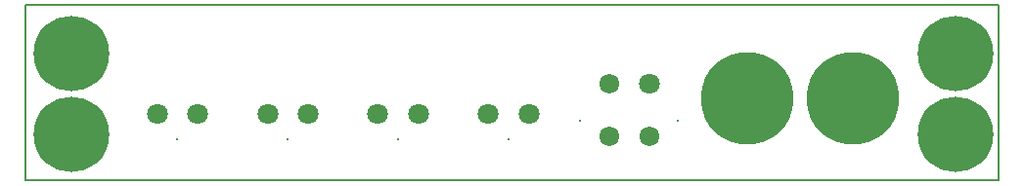
<source format=gts>
G04 Layer_Color=8388736*
%FSLAX44Y44*%
%MOMM*%
G71*
G01*
G75*
%ADD10C,0.2000*%
%ADD11C,8.0000*%
%ADD12C,0.2000*%
%ADD13C,1.7200*%
%ADD14C,1.8000*%
%ADD15C,6.5500*%
D10*
X0Y0D02*
X842500D01*
X0D02*
Y152500D01*
X842500Y0D02*
Y152500D01*
X0D02*
X842500D01*
D11*
X716515Y71000D02*
D03*
X625012Y71000D02*
D03*
D12*
X565009Y51970D02*
D03*
X480009D02*
D03*
X227000Y35700D02*
D03*
X418007D02*
D03*
X322505D02*
D03*
X131500D02*
D03*
D13*
X505009Y38000D02*
D03*
X540009D02*
D03*
X505009Y84000D02*
D03*
D14*
X540009D02*
D03*
X244500Y58000D02*
D03*
X209500D02*
D03*
X435507D02*
D03*
X400507D02*
D03*
X340005D02*
D03*
X305005D02*
D03*
X149000D02*
D03*
X114000D02*
D03*
D15*
X40000Y110000D02*
D03*
X805000D02*
D03*
Y40000D02*
D03*
X40000D02*
D03*
M02*

</source>
